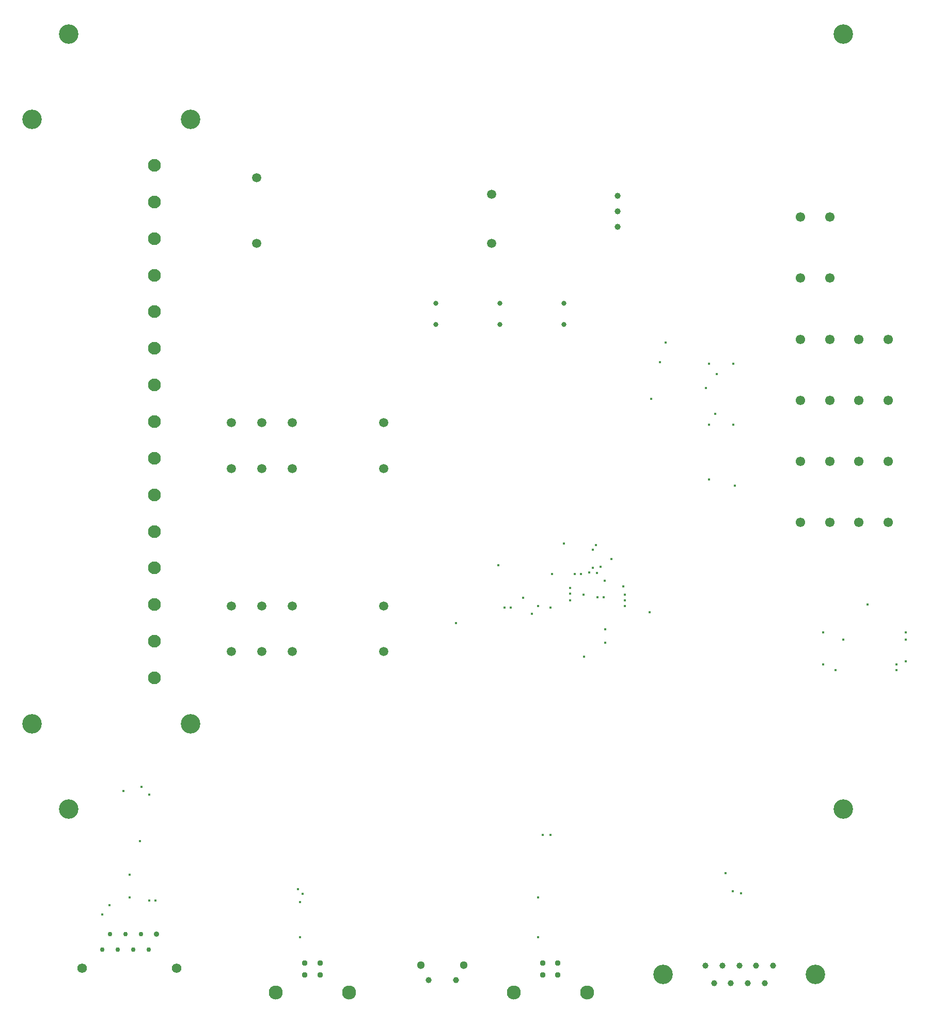
<source format=gbr>
%TF.GenerationSoftware,KiCad,Pcbnew,6.0.5+dfsg-1~bpo11+1*%
%TF.CreationDate,2023-01-20T09:08:56+00:00*%
%TF.ProjectId,nascontrol,6e617363-6f6e-4747-926f-6c2e6b696361,0.1*%
%TF.SameCoordinates,Original*%
%TF.FileFunction,Plated,1,4,PTH,Drill*%
%TF.FilePolarity,Positive*%
%FSLAX46Y46*%
G04 Gerber Fmt 4.6, Leading zero omitted, Abs format (unit mm)*
G04 Created by KiCad (PCBNEW 6.0.5+dfsg-1~bpo11+1) date 2023-01-20 09:08:56*
%MOMM*%
%LPD*%
G01*
G04 APERTURE LIST*
%TA.AperFunction,ViaDrill*%
%ADD10C,0.400000*%
%TD*%
%TA.AperFunction,ComponentDrill*%
%ADD11C,0.762000*%
%TD*%
%TA.AperFunction,ComponentDrill*%
%ADD12C,0.800000*%
%TD*%
%TA.AperFunction,ComponentDrill*%
%ADD13C,0.890000*%
%TD*%
%TA.AperFunction,ComponentDrill*%
%ADD14C,0.950000*%
%TD*%
%TA.AperFunction,ComponentDrill*%
%ADD15C,0.990000*%
%TD*%
%TA.AperFunction,ComponentDrill*%
%ADD16C,1.000000*%
%TD*%
%TA.AperFunction,ComponentDrill*%
%ADD17C,1.300000*%
%TD*%
%TA.AperFunction,ComponentDrill*%
%ADD18C,1.500000*%
%TD*%
%TA.AperFunction,ComponentDrill*%
%ADD19C,1.550000*%
%TD*%
%TA.AperFunction,ComponentDrill*%
%ADD20C,1.570000*%
%TD*%
%TA.AperFunction,ComponentDrill*%
%ADD21C,2.100000*%
%TD*%
%TA.AperFunction,ComponentDrill*%
%ADD22C,2.300000*%
%TD*%
%TA.AperFunction,ComponentDrill*%
%ADD23C,3.200000*%
%TD*%
G04 APERTURE END LIST*
D10*
X35500000Y-174306000D03*
X36750000Y-172750000D03*
X39000000Y-154000000D03*
X40000000Y-167750000D03*
X40000000Y-171500000D03*
X41750000Y-162250000D03*
X42000000Y-153348500D03*
X43250000Y-154651500D03*
X43250000Y-171950931D03*
X44250000Y-172000000D03*
X67628768Y-170128768D03*
X68000000Y-172250000D03*
X68000000Y-178000000D03*
X68371232Y-170871232D03*
X93500000Y-126500000D03*
X100500000Y-117000000D03*
X101500000Y-124000000D03*
X102500000Y-124000000D03*
X104500000Y-122350000D03*
X106000000Y-125000000D03*
X107000000Y-123750000D03*
X107000000Y-171500000D03*
X107000000Y-178000000D03*
X107750000Y-161250000D03*
X109000000Y-124000000D03*
X109000000Y-161250000D03*
X109250000Y-118500000D03*
X111250000Y-113500000D03*
X112250000Y-120750000D03*
X112250000Y-121723500D03*
X112250000Y-122750000D03*
X112975000Y-118500000D03*
X114025000Y-118500000D03*
X114440500Y-121870000D03*
X114500000Y-132000000D03*
X115348500Y-118186955D03*
X116000000Y-114500000D03*
X116000000Y-117500000D03*
X116513931Y-113729103D03*
X116651500Y-118270897D03*
X116750000Y-122250000D03*
X117250000Y-117250000D03*
X117750000Y-122250000D03*
X117954511Y-119600000D03*
X118000000Y-127500000D03*
X118000000Y-129750000D03*
X119000000Y-116000000D03*
X121000000Y-120525500D03*
X121250000Y-121901500D03*
X121250000Y-122828003D03*
X121250000Y-123754506D03*
X125250000Y-124750000D03*
X125500000Y-89750000D03*
X127000000Y-83750000D03*
X127870814Y-80547626D03*
X134500000Y-88000000D03*
X135000000Y-84000000D03*
X135000000Y-94000000D03*
X135000000Y-103000000D03*
X136000000Y-92250000D03*
X136250000Y-85750000D03*
X137693326Y-167479597D03*
X138900000Y-170500000D03*
X139000000Y-84000000D03*
X139000000Y-94000000D03*
X139250000Y-104000000D03*
X140258478Y-170833879D03*
X153750000Y-128000000D03*
X153750000Y-133250000D03*
X155750000Y-134250000D03*
X157000000Y-129250000D03*
X161000000Y-123500000D03*
X165750000Y-133250000D03*
X165750000Y-134250000D03*
X167250000Y-128000000D03*
X167250000Y-129250000D03*
X167250000Y-132750000D03*
D11*
%TO.C,J102*%
X35555000Y-180000000D03*
X36825000Y-177460000D03*
X38095000Y-180000000D03*
X39365000Y-177460000D03*
X40635000Y-180000000D03*
X41905000Y-177460000D03*
X43175000Y-180000000D03*
D12*
%TO.C,C204*%
X90250000Y-74097349D03*
X90250000Y-77597349D03*
%TO.C,C203*%
X100750000Y-74097349D03*
X100750000Y-77597349D03*
%TO.C,C202*%
X111250000Y-74097349D03*
X111250000Y-77597349D03*
D13*
%TO.C,J102*%
X44445000Y-177460000D03*
D14*
%TO.C,J101*%
X68750000Y-182212500D03*
X68750000Y-184212500D03*
X71250000Y-182212500D03*
X71250000Y-184212500D03*
%TO.C,J401*%
X107750000Y-182212500D03*
X107750000Y-184212500D03*
X110250000Y-182212500D03*
X110250000Y-184212500D03*
D15*
%TO.C,SW201*%
X89025000Y-185037500D03*
X93525000Y-185037500D03*
D16*
%TO.C,U501*%
X120000000Y-56500000D03*
X120000000Y-59040000D03*
X120000000Y-61580000D03*
%TO.C,J402*%
X134450000Y-182669669D03*
X135835000Y-185509669D03*
X137220000Y-182669669D03*
X138605000Y-185509669D03*
X139990000Y-182669669D03*
X141375000Y-185509669D03*
X142760000Y-182669669D03*
X144145000Y-185509669D03*
X145530000Y-182669669D03*
D17*
%TO.C,SW201*%
X87765000Y-182547500D03*
X94775000Y-182547500D03*
D18*
%TO.C,K501*%
X56707500Y-93707500D03*
X56707500Y-101207500D03*
%TO.C,K502*%
X56707500Y-123707500D03*
X56707500Y-131207500D03*
%TO.C,PS501*%
X60842500Y-53500000D03*
X60842500Y-64250000D03*
%TO.C,K501*%
X61707500Y-93707500D03*
X61707500Y-101207500D03*
%TO.C,K502*%
X61707500Y-123707500D03*
X61707500Y-131207500D03*
%TO.C,K501*%
X66707500Y-93707500D03*
X66707500Y-101207500D03*
%TO.C,K502*%
X66707500Y-123707500D03*
X66707500Y-131207500D03*
%TO.C,K501*%
X81707500Y-93707500D03*
X81707500Y-101207500D03*
%TO.C,K502*%
X81707500Y-123707500D03*
X81707500Y-131207500D03*
%TO.C,PS501*%
X99342500Y-56250000D03*
X99342500Y-64250000D03*
D19*
%TO.C,D102*%
X150000000Y-60000000D03*
%TO.C,D101*%
X150000000Y-70000000D03*
%TO.C,SW104*%
X150000000Y-80000000D03*
%TO.C,SW103*%
X150000000Y-90000000D03*
%TO.C,SW102*%
X150000000Y-100000000D03*
%TO.C,SW101*%
X150000000Y-110000000D03*
%TO.C,D102*%
X154800000Y-60000000D03*
%TO.C,D101*%
X154800000Y-70000000D03*
%TO.C,SW104*%
X154800000Y-80000000D03*
%TO.C,SW103*%
X154800000Y-90000000D03*
%TO.C,SW102*%
X154800000Y-100000000D03*
%TO.C,SW101*%
X154800000Y-110000000D03*
%TO.C,SW104*%
X159600000Y-80000000D03*
%TO.C,SW103*%
X159600000Y-90000000D03*
%TO.C,SW102*%
X159600000Y-100000000D03*
%TO.C,SW101*%
X159600000Y-110000000D03*
%TO.C,SW104*%
X164400000Y-80000000D03*
%TO.C,SW103*%
X164400000Y-90000000D03*
%TO.C,SW102*%
X164400000Y-100000000D03*
%TO.C,SW101*%
X164400000Y-110000000D03*
D20*
%TO.C,J102*%
X32250000Y-183048000D03*
X47750000Y-183048000D03*
D21*
%TO.C,J501*%
X44100000Y-51500000D03*
X44100000Y-57500000D03*
X44100000Y-63500000D03*
%TO.C,F501*%
X44100000Y-69500000D03*
X44100000Y-75500000D03*
%TO.C,J502*%
X44100000Y-81500000D03*
X44100000Y-87500000D03*
X44100000Y-93500000D03*
%TO.C,F502*%
X44100000Y-99500000D03*
X44100000Y-105500000D03*
%TO.C,J503*%
X44100000Y-111500000D03*
X44100000Y-117500000D03*
X44100000Y-123500000D03*
%TO.C,F503*%
X44100000Y-129500000D03*
X44100000Y-135500000D03*
D22*
%TO.C,J101*%
X64000000Y-187072500D03*
X76000000Y-187072500D03*
%TO.C,J401*%
X103000000Y-187072500D03*
X115000000Y-187072500D03*
D23*
%TO.C,H501*%
X24000000Y-44000000D03*
%TO.C,H504*%
X24000000Y-143000000D03*
%TO.C,H101*%
X30000000Y-30000000D03*
%TO.C,H104*%
X30000000Y-157000000D03*
%TO.C,H502*%
X50000000Y-44000000D03*
%TO.C,H503*%
X50000000Y-143000000D03*
%TO.C,J402*%
X127490000Y-184089669D03*
X152490000Y-184089669D03*
%TO.C,H102*%
X157000000Y-30000000D03*
%TO.C,H103*%
X157000000Y-157000000D03*
M02*

</source>
